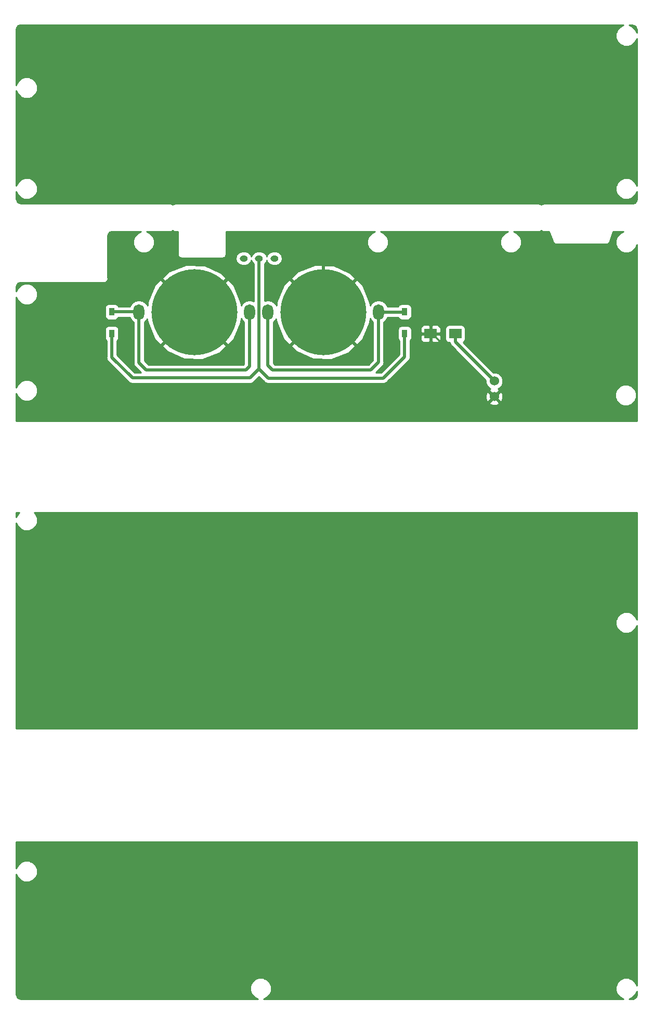
<source format=gbl>
G04 #@! TF.GenerationSoftware,KiCad,Pcbnew,(5.1.5)-3*
G04 #@! TF.CreationDate,2021-03-06T01:54:51+09:00*
G04 #@! TF.ProjectId,Getta25,47657474-6132-4352-9e6b-696361645f70,rev?*
G04 #@! TF.SameCoordinates,Original*
G04 #@! TF.FileFunction,Copper,L2,Bot*
G04 #@! TF.FilePolarity,Positive*
%FSLAX46Y46*%
G04 Gerber Fmt 4.6, Leading zero omitted, Abs format (unit mm)*
G04 Created by KiCad (PCBNEW (5.1.5)-3) date 2021-03-06 01:54:52*
%MOMM*%
%LPD*%
G04 APERTURE LIST*
%ADD10R,2.000000X1.600000*%
%ADD11C,1.524000*%
%ADD12O,1.300000X1.000000*%
%ADD13O,1.800000X2.550000*%
%ADD14C,14.000000*%
%ADD15R,0.950000X1.300000*%
%ADD16C,0.250000*%
%ADD17C,0.500000*%
%ADD18C,0.254000*%
G04 APERTURE END LIST*
D10*
X95500000Y-27507500D03*
X91500000Y-27507500D03*
D11*
X101850000Y-35206000D03*
X101850000Y-37746000D03*
D12*
X66050000Y-15250000D03*
X63550000Y-15250000D03*
X61050000Y-15250000D03*
D13*
X44000000Y-24000000D03*
D14*
X53000000Y-24000000D03*
D13*
X62000000Y-24000000D03*
D15*
X87275000Y-23950000D03*
X87275000Y-27500000D03*
X39575000Y-23950000D03*
X39575000Y-27500000D03*
D13*
X83000000Y-24000000D03*
D14*
X74000000Y-24000000D03*
D13*
X65000000Y-24000000D03*
D16*
X80999999Y-17000001D02*
X85050001Y-17000001D01*
X74000000Y-24000000D02*
X80999999Y-17000001D01*
D17*
X71499494Y-11600000D02*
X74000000Y-14100506D01*
X74000000Y-24000000D02*
X74000000Y-14100506D01*
X53000000Y-24000000D02*
X59250000Y-17750000D01*
X59250000Y-13600000D02*
X61250000Y-11600000D01*
X59250000Y-17750000D02*
X59250000Y-13600000D01*
X61250000Y-11600000D02*
X71499494Y-11600000D01*
D16*
X101850000Y-37657500D02*
X101850000Y-37746000D01*
X91700000Y-27507500D02*
X101850000Y-37657500D01*
X91500000Y-27507500D02*
X91700000Y-27507500D01*
X91500000Y-23450000D02*
X87825000Y-19775000D01*
X91500000Y-27507500D02*
X91500000Y-23450000D01*
X85050001Y-17000001D02*
X87825000Y-19775000D01*
D17*
X95500000Y-28856000D02*
X95500000Y-27507500D01*
X101850000Y-35206000D02*
X95500000Y-28856000D01*
X65775000Y-33425000D02*
X66750000Y-33425000D01*
X65000000Y-32650000D02*
X65775000Y-33425000D01*
X65000000Y-24000000D02*
X65000000Y-32650000D01*
X81725000Y-33425000D02*
X83000000Y-32150000D01*
X66750000Y-33425000D02*
X81725000Y-33425000D01*
X83000000Y-24000000D02*
X83000000Y-32150000D01*
X87225000Y-24000000D02*
X87275000Y-23950000D01*
X83000000Y-24000000D02*
X87225000Y-24000000D01*
X61375000Y-33425000D02*
X60400000Y-33425000D01*
X62000000Y-32800000D02*
X61375000Y-33425000D01*
X62000000Y-24000000D02*
X62000000Y-32800000D01*
X45175000Y-33425000D02*
X60400000Y-33425000D01*
X44000000Y-24000000D02*
X44000000Y-32250000D01*
X44000000Y-32250000D02*
X45175000Y-33425000D01*
X43950000Y-23950000D02*
X44000000Y-24000000D01*
X39575000Y-23950000D02*
X43950000Y-23950000D01*
X39575000Y-31350000D02*
X39575000Y-27500000D01*
X87275000Y-31250000D02*
X87275000Y-27500000D01*
X83800000Y-34725000D02*
X87275000Y-31250000D01*
X65050000Y-34725000D02*
X83800000Y-34725000D01*
X63550000Y-15250000D02*
X63550000Y-33225000D01*
X63550000Y-33225000D02*
X65050000Y-34725000D01*
X62075000Y-34700000D02*
X42925000Y-34700000D01*
X63550000Y-33225000D02*
X62075000Y-34700000D01*
X42925000Y-34700000D02*
X39575000Y-31350000D01*
D18*
G36*
X125052501Y-133571865D02*
G01*
X124858349Y-133103141D01*
X124844957Y-133097784D01*
X124827112Y-133054701D01*
X124339049Y-132566638D01*
X124295966Y-132548793D01*
X124290609Y-132535401D01*
X123994079Y-132423747D01*
X123701363Y-132302500D01*
X123672073Y-132302500D01*
X123644657Y-132292177D01*
X123327966Y-132302500D01*
X123011137Y-132302500D01*
X122984074Y-132313710D01*
X122954797Y-132314664D01*
X122421891Y-132535401D01*
X122416534Y-132548793D01*
X122373451Y-132566638D01*
X121885388Y-133054701D01*
X121867543Y-133097784D01*
X121854151Y-133103141D01*
X121742497Y-133399671D01*
X121621250Y-133692387D01*
X121621250Y-133721677D01*
X121610927Y-133749093D01*
X121621250Y-134065784D01*
X121621250Y-134382613D01*
X121632460Y-134409676D01*
X121633414Y-134438953D01*
X121854151Y-134971859D01*
X121867543Y-134977216D01*
X121885388Y-135020299D01*
X122373451Y-135508362D01*
X122416534Y-135526207D01*
X122421891Y-135539599D01*
X122718421Y-135651253D01*
X122917586Y-135733750D01*
X64290637Y-135733750D01*
X64759359Y-135539599D01*
X64764716Y-135526207D01*
X64807799Y-135508362D01*
X65295862Y-135020299D01*
X65313707Y-134977216D01*
X65327099Y-134971859D01*
X65438753Y-134675329D01*
X65560000Y-134382613D01*
X65560000Y-134353323D01*
X65570323Y-134325907D01*
X65560000Y-134009216D01*
X65560000Y-133692387D01*
X65548790Y-133665324D01*
X65547836Y-133636047D01*
X65327099Y-133103141D01*
X65313707Y-133097784D01*
X65295862Y-133054701D01*
X64807799Y-132566638D01*
X64764716Y-132548793D01*
X64759359Y-132535401D01*
X64462829Y-132423747D01*
X64170113Y-132302500D01*
X64140823Y-132302500D01*
X64113407Y-132292177D01*
X63796716Y-132302500D01*
X63479887Y-132302500D01*
X63452824Y-132313710D01*
X63423547Y-132314664D01*
X62890641Y-132535401D01*
X62885284Y-132548793D01*
X62842201Y-132566638D01*
X62354138Y-133054701D01*
X62336293Y-133097784D01*
X62322901Y-133103141D01*
X62211247Y-133399671D01*
X62090000Y-133692387D01*
X62090000Y-133721677D01*
X62079677Y-133749093D01*
X62090000Y-134065784D01*
X62090000Y-134382613D01*
X62101210Y-134409676D01*
X62102164Y-134438953D01*
X62322901Y-134971859D01*
X62336293Y-134977216D01*
X62354138Y-135020299D01*
X62842201Y-135508362D01*
X62885284Y-135526207D01*
X62890641Y-135539599D01*
X63187171Y-135651253D01*
X63386336Y-135733750D01*
X24743678Y-135733750D01*
X24463342Y-135684319D01*
X24269516Y-135572413D01*
X24125656Y-135400969D01*
X24038641Y-135161895D01*
X24028750Y-135048845D01*
X24028750Y-115453137D01*
X24222901Y-115921859D01*
X24236293Y-115927216D01*
X24254138Y-115970299D01*
X24742201Y-116458362D01*
X24785284Y-116476207D01*
X24790641Y-116489599D01*
X25087171Y-116601253D01*
X25379887Y-116722500D01*
X25409177Y-116722500D01*
X25436593Y-116732823D01*
X25753284Y-116722500D01*
X26070113Y-116722500D01*
X26097176Y-116711290D01*
X26126453Y-116710336D01*
X26659359Y-116489599D01*
X26664716Y-116476207D01*
X26707799Y-116458362D01*
X27195862Y-115970299D01*
X27213707Y-115927216D01*
X27227099Y-115921859D01*
X27338753Y-115625329D01*
X27460000Y-115332613D01*
X27460000Y-115303323D01*
X27470323Y-115275907D01*
X27460000Y-114959216D01*
X27460000Y-114642387D01*
X27448790Y-114615324D01*
X27447836Y-114586047D01*
X27227099Y-114053141D01*
X27213707Y-114047784D01*
X27195862Y-114004701D01*
X26707799Y-113516638D01*
X26664716Y-113498793D01*
X26659359Y-113485401D01*
X26362829Y-113373747D01*
X26070113Y-113252500D01*
X26040823Y-113252500D01*
X26013407Y-113242177D01*
X25696716Y-113252500D01*
X25379887Y-113252500D01*
X25352824Y-113263710D01*
X25323547Y-113264664D01*
X24790641Y-113485401D01*
X24785284Y-113498793D01*
X24742201Y-113516638D01*
X24254138Y-114004701D01*
X24236293Y-114047784D01*
X24222901Y-114053141D01*
X24111247Y-114349671D01*
X24028750Y-114548836D01*
X24028750Y-110227000D01*
X125052501Y-110227000D01*
X125052501Y-133571865D01*
G37*
X125052501Y-133571865D02*
X124858349Y-133103141D01*
X124844957Y-133097784D01*
X124827112Y-133054701D01*
X124339049Y-132566638D01*
X124295966Y-132548793D01*
X124290609Y-132535401D01*
X123994079Y-132423747D01*
X123701363Y-132302500D01*
X123672073Y-132302500D01*
X123644657Y-132292177D01*
X123327966Y-132302500D01*
X123011137Y-132302500D01*
X122984074Y-132313710D01*
X122954797Y-132314664D01*
X122421891Y-132535401D01*
X122416534Y-132548793D01*
X122373451Y-132566638D01*
X121885388Y-133054701D01*
X121867543Y-133097784D01*
X121854151Y-133103141D01*
X121742497Y-133399671D01*
X121621250Y-133692387D01*
X121621250Y-133721677D01*
X121610927Y-133749093D01*
X121621250Y-134065784D01*
X121621250Y-134382613D01*
X121632460Y-134409676D01*
X121633414Y-134438953D01*
X121854151Y-134971859D01*
X121867543Y-134977216D01*
X121885388Y-135020299D01*
X122373451Y-135508362D01*
X122416534Y-135526207D01*
X122421891Y-135539599D01*
X122718421Y-135651253D01*
X122917586Y-135733750D01*
X64290637Y-135733750D01*
X64759359Y-135539599D01*
X64764716Y-135526207D01*
X64807799Y-135508362D01*
X65295862Y-135020299D01*
X65313707Y-134977216D01*
X65327099Y-134971859D01*
X65438753Y-134675329D01*
X65560000Y-134382613D01*
X65560000Y-134353323D01*
X65570323Y-134325907D01*
X65560000Y-134009216D01*
X65560000Y-133692387D01*
X65548790Y-133665324D01*
X65547836Y-133636047D01*
X65327099Y-133103141D01*
X65313707Y-133097784D01*
X65295862Y-133054701D01*
X64807799Y-132566638D01*
X64764716Y-132548793D01*
X64759359Y-132535401D01*
X64462829Y-132423747D01*
X64170113Y-132302500D01*
X64140823Y-132302500D01*
X64113407Y-132292177D01*
X63796716Y-132302500D01*
X63479887Y-132302500D01*
X63452824Y-132313710D01*
X63423547Y-132314664D01*
X62890641Y-132535401D01*
X62885284Y-132548793D01*
X62842201Y-132566638D01*
X62354138Y-133054701D01*
X62336293Y-133097784D01*
X62322901Y-133103141D01*
X62211247Y-133399671D01*
X62090000Y-133692387D01*
X62090000Y-133721677D01*
X62079677Y-133749093D01*
X62090000Y-134065784D01*
X62090000Y-134382613D01*
X62101210Y-134409676D01*
X62102164Y-134438953D01*
X62322901Y-134971859D01*
X62336293Y-134977216D01*
X62354138Y-135020299D01*
X62842201Y-135508362D01*
X62885284Y-135526207D01*
X62890641Y-135539599D01*
X63187171Y-135651253D01*
X63386336Y-135733750D01*
X24743678Y-135733750D01*
X24463342Y-135684319D01*
X24269516Y-135572413D01*
X24125656Y-135400969D01*
X24038641Y-135161895D01*
X24028750Y-135048845D01*
X24028750Y-115453137D01*
X24222901Y-115921859D01*
X24236293Y-115927216D01*
X24254138Y-115970299D01*
X24742201Y-116458362D01*
X24785284Y-116476207D01*
X24790641Y-116489599D01*
X25087171Y-116601253D01*
X25379887Y-116722500D01*
X25409177Y-116722500D01*
X25436593Y-116732823D01*
X25753284Y-116722500D01*
X26070113Y-116722500D01*
X26097176Y-116711290D01*
X26126453Y-116710336D01*
X26659359Y-116489599D01*
X26664716Y-116476207D01*
X26707799Y-116458362D01*
X27195862Y-115970299D01*
X27213707Y-115927216D01*
X27227099Y-115921859D01*
X27338753Y-115625329D01*
X27460000Y-115332613D01*
X27460000Y-115303323D01*
X27470323Y-115275907D01*
X27460000Y-114959216D01*
X27460000Y-114642387D01*
X27448790Y-114615324D01*
X27447836Y-114586047D01*
X27227099Y-114053141D01*
X27213707Y-114047784D01*
X27195862Y-114004701D01*
X26707799Y-113516638D01*
X26664716Y-113498793D01*
X26659359Y-113485401D01*
X26362829Y-113373747D01*
X26070113Y-113252500D01*
X26040823Y-113252500D01*
X26013407Y-113242177D01*
X25696716Y-113252500D01*
X25379887Y-113252500D01*
X25352824Y-113263710D01*
X25323547Y-113264664D01*
X24790641Y-113485401D01*
X24785284Y-113498793D01*
X24742201Y-113516638D01*
X24254138Y-114004701D01*
X24236293Y-114047784D01*
X24222901Y-114053141D01*
X24111247Y-114349671D01*
X24028750Y-114548836D01*
X24028750Y-110227000D01*
X125052501Y-110227000D01*
X125052501Y-133571865D01*
G36*
X125052501Y-135018816D02*
G01*
X125003069Y-135299158D01*
X124891163Y-135492984D01*
X124719719Y-135636844D01*
X124480645Y-135723859D01*
X124367595Y-135733750D01*
X123821887Y-135733750D01*
X124290609Y-135539599D01*
X124295966Y-135526207D01*
X124339049Y-135508362D01*
X124827112Y-135020299D01*
X124844957Y-134977216D01*
X124858349Y-134971859D01*
X124970003Y-134675329D01*
X125052501Y-134476161D01*
X125052501Y-135018816D01*
G37*
X125052501Y-135018816D02*
X125003069Y-135299158D01*
X124891163Y-135492984D01*
X124719719Y-135636844D01*
X124480645Y-135723859D01*
X124367595Y-135733750D01*
X123821887Y-135733750D01*
X124290609Y-135539599D01*
X124295966Y-135526207D01*
X124339049Y-135508362D01*
X124827112Y-135020299D01*
X124844957Y-134977216D01*
X124858349Y-134971859D01*
X124970003Y-134675329D01*
X125052501Y-134476161D01*
X125052501Y-135018816D01*
G36*
X125052501Y-74040614D02*
G01*
X124858349Y-73571891D01*
X124844957Y-73566534D01*
X124827112Y-73523451D01*
X124339049Y-73035388D01*
X124295966Y-73017543D01*
X124290609Y-73004151D01*
X123994079Y-72892497D01*
X123701363Y-72771250D01*
X123672073Y-72771250D01*
X123644657Y-72760927D01*
X123327966Y-72771250D01*
X123011137Y-72771250D01*
X122984074Y-72782460D01*
X122954797Y-72783414D01*
X122421891Y-73004151D01*
X122416534Y-73017543D01*
X122373451Y-73035388D01*
X121885388Y-73523451D01*
X121867543Y-73566534D01*
X121854151Y-73571891D01*
X121742497Y-73868421D01*
X121621250Y-74161137D01*
X121621250Y-74190427D01*
X121610927Y-74217843D01*
X121621250Y-74534534D01*
X121621250Y-74851363D01*
X121632460Y-74878426D01*
X121633414Y-74907703D01*
X121854151Y-75440609D01*
X121867543Y-75445966D01*
X121885388Y-75489049D01*
X122373451Y-75977112D01*
X122416534Y-75994957D01*
X122421891Y-76008349D01*
X122718421Y-76120003D01*
X123011137Y-76241250D01*
X123040427Y-76241250D01*
X123067843Y-76251573D01*
X123384534Y-76241250D01*
X123701363Y-76241250D01*
X123728426Y-76230040D01*
X123757703Y-76229086D01*
X124290609Y-76008349D01*
X124295966Y-75994957D01*
X124339049Y-75977112D01*
X124827112Y-75489049D01*
X124844957Y-75445966D01*
X124858349Y-75440609D01*
X124970003Y-75144079D01*
X125052501Y-74944913D01*
X125052501Y-91773000D01*
X24028750Y-91773000D01*
X24028750Y-58303137D01*
X24222901Y-58771859D01*
X24236293Y-58777216D01*
X24254138Y-58820299D01*
X24742201Y-59308362D01*
X24785284Y-59326207D01*
X24790641Y-59339599D01*
X25087171Y-59451253D01*
X25379887Y-59572500D01*
X25409177Y-59572500D01*
X25436593Y-59582823D01*
X25753284Y-59572500D01*
X26070113Y-59572500D01*
X26097176Y-59561290D01*
X26126453Y-59560336D01*
X26659359Y-59339599D01*
X26664716Y-59326207D01*
X26707799Y-59308362D01*
X27195862Y-58820299D01*
X27213707Y-58777216D01*
X27227099Y-58771859D01*
X27338753Y-58475329D01*
X27460000Y-58182613D01*
X27460000Y-58153323D01*
X27470323Y-58125907D01*
X27460000Y-57809216D01*
X27460000Y-57492387D01*
X27448790Y-57465324D01*
X27447836Y-57436047D01*
X27227099Y-56903141D01*
X27213707Y-56897784D01*
X27195862Y-56854701D01*
X26968161Y-56627000D01*
X125052501Y-56627000D01*
X125052501Y-74040614D01*
G37*
X125052501Y-74040614D02*
X124858349Y-73571891D01*
X124844957Y-73566534D01*
X124827112Y-73523451D01*
X124339049Y-73035388D01*
X124295966Y-73017543D01*
X124290609Y-73004151D01*
X123994079Y-72892497D01*
X123701363Y-72771250D01*
X123672073Y-72771250D01*
X123644657Y-72760927D01*
X123327966Y-72771250D01*
X123011137Y-72771250D01*
X122984074Y-72782460D01*
X122954797Y-72783414D01*
X122421891Y-73004151D01*
X122416534Y-73017543D01*
X122373451Y-73035388D01*
X121885388Y-73523451D01*
X121867543Y-73566534D01*
X121854151Y-73571891D01*
X121742497Y-73868421D01*
X121621250Y-74161137D01*
X121621250Y-74190427D01*
X121610927Y-74217843D01*
X121621250Y-74534534D01*
X121621250Y-74851363D01*
X121632460Y-74878426D01*
X121633414Y-74907703D01*
X121854151Y-75440609D01*
X121867543Y-75445966D01*
X121885388Y-75489049D01*
X122373451Y-75977112D01*
X122416534Y-75994957D01*
X122421891Y-76008349D01*
X122718421Y-76120003D01*
X123011137Y-76241250D01*
X123040427Y-76241250D01*
X123067843Y-76251573D01*
X123384534Y-76241250D01*
X123701363Y-76241250D01*
X123728426Y-76230040D01*
X123757703Y-76229086D01*
X124290609Y-76008349D01*
X124295966Y-75994957D01*
X124339049Y-75977112D01*
X124827112Y-75489049D01*
X124844957Y-75445966D01*
X124858349Y-75440609D01*
X124970003Y-75144079D01*
X125052501Y-74944913D01*
X125052501Y-91773000D01*
X24028750Y-91773000D01*
X24028750Y-58303137D01*
X24222901Y-58771859D01*
X24236293Y-58777216D01*
X24254138Y-58820299D01*
X24742201Y-59308362D01*
X24785284Y-59326207D01*
X24790641Y-59339599D01*
X25087171Y-59451253D01*
X25379887Y-59572500D01*
X25409177Y-59572500D01*
X25436593Y-59582823D01*
X25753284Y-59572500D01*
X26070113Y-59572500D01*
X26097176Y-59561290D01*
X26126453Y-59560336D01*
X26659359Y-59339599D01*
X26664716Y-59326207D01*
X26707799Y-59308362D01*
X27195862Y-58820299D01*
X27213707Y-58777216D01*
X27227099Y-58771859D01*
X27338753Y-58475329D01*
X27460000Y-58182613D01*
X27460000Y-58153323D01*
X27470323Y-58125907D01*
X27460000Y-57809216D01*
X27460000Y-57492387D01*
X27448790Y-57465324D01*
X27447836Y-57436047D01*
X27227099Y-56903141D01*
X27213707Y-56897784D01*
X27195862Y-56854701D01*
X26968161Y-56627000D01*
X125052501Y-56627000D01*
X125052501Y-74040614D01*
G36*
X24254138Y-56854701D02*
G01*
X24236293Y-56897784D01*
X24222901Y-56903141D01*
X24111247Y-57199671D01*
X24028750Y-57398836D01*
X24028750Y-56627000D01*
X24481839Y-56627000D01*
X24254138Y-56854701D01*
G37*
X24254138Y-56854701D02*
X24236293Y-56897784D01*
X24222901Y-56903141D01*
X24111247Y-57199671D01*
X24028750Y-57398836D01*
X24028750Y-56627000D01*
X24481839Y-56627000D01*
X24254138Y-56854701D01*
G36*
X122421891Y22508349D02*
G01*
X122416534Y22494957D01*
X122373451Y22477112D01*
X121885388Y21989049D01*
X121867543Y21945966D01*
X121854151Y21940609D01*
X121742497Y21644079D01*
X121621250Y21351363D01*
X121621250Y21322073D01*
X121610927Y21294657D01*
X121621250Y20977966D01*
X121621250Y20661137D01*
X121632460Y20634074D01*
X121633414Y20604797D01*
X121854151Y20071891D01*
X121867543Y20066534D01*
X121885388Y20023451D01*
X122373451Y19535388D01*
X122416534Y19517543D01*
X122421891Y19504151D01*
X122718421Y19392497D01*
X123011137Y19271250D01*
X123040427Y19271250D01*
X123067843Y19260927D01*
X123384534Y19271250D01*
X123701363Y19271250D01*
X123728426Y19282460D01*
X123757703Y19283414D01*
X124290609Y19504151D01*
X124295966Y19517543D01*
X124339049Y19535388D01*
X124827112Y20023451D01*
X124844957Y20066534D01*
X124858349Y20071891D01*
X124970003Y20368421D01*
X125052500Y20567586D01*
X125052501Y-3434365D01*
X124858349Y-2965641D01*
X124844957Y-2960284D01*
X124827112Y-2917201D01*
X124339049Y-2429138D01*
X124295966Y-2411293D01*
X124290609Y-2397901D01*
X123994079Y-2286247D01*
X123701363Y-2165000D01*
X123672073Y-2165000D01*
X123644657Y-2154677D01*
X123327966Y-2165000D01*
X123011137Y-2165000D01*
X122984074Y-2176210D01*
X122954797Y-2177164D01*
X122421891Y-2397901D01*
X122416534Y-2411293D01*
X122373451Y-2429138D01*
X121885388Y-2917201D01*
X121867543Y-2960284D01*
X121854151Y-2965641D01*
X121742497Y-3262171D01*
X121621250Y-3554887D01*
X121621250Y-3584177D01*
X121610927Y-3611593D01*
X121621250Y-3928284D01*
X121621250Y-4245113D01*
X121632460Y-4272176D01*
X121633414Y-4301453D01*
X121854151Y-4834359D01*
X121867543Y-4839716D01*
X121885388Y-4882799D01*
X122373451Y-5370862D01*
X122416534Y-5388707D01*
X122421891Y-5402099D01*
X122718421Y-5513753D01*
X123011137Y-5635000D01*
X123040427Y-5635000D01*
X123067843Y-5645323D01*
X123384534Y-5635000D01*
X123701363Y-5635000D01*
X123728426Y-5623790D01*
X123757703Y-5622836D01*
X124290609Y-5402099D01*
X124295966Y-5388707D01*
X124339049Y-5370862D01*
X124827112Y-4882799D01*
X124844957Y-4839716D01*
X124858349Y-4834359D01*
X124970003Y-4537829D01*
X125052501Y-4338662D01*
X125052501Y-5600066D01*
X125003069Y-5880408D01*
X124891163Y-6074234D01*
X124719719Y-6218094D01*
X124480645Y-6305109D01*
X124367595Y-6315000D01*
X110067461Y-6315000D01*
X110000000Y-6301581D01*
X109932538Y-6315000D01*
X109732727Y-6354745D01*
X109506143Y-6506143D01*
X109500000Y-6515337D01*
X109493857Y-6506143D01*
X109267273Y-6354745D01*
X109067462Y-6315000D01*
X109067461Y-6315000D01*
X109000000Y-6301581D01*
X108932538Y-6315000D01*
X50067461Y-6315000D01*
X50000000Y-6301581D01*
X49932538Y-6315000D01*
X49732727Y-6354745D01*
X49506143Y-6506143D01*
X49500000Y-6515337D01*
X49493857Y-6506143D01*
X49267273Y-6354745D01*
X49067462Y-6315000D01*
X49067461Y-6315000D01*
X49000000Y-6301581D01*
X48932538Y-6315000D01*
X24743678Y-6315000D01*
X24463342Y-6265569D01*
X24269516Y-6153663D01*
X24125656Y-5982219D01*
X24038641Y-5743145D01*
X24028750Y-5630095D01*
X24028750Y-4365637D01*
X24222901Y-4834359D01*
X24236293Y-4839716D01*
X24254138Y-4882799D01*
X24742201Y-5370862D01*
X24785284Y-5388707D01*
X24790641Y-5402099D01*
X25087171Y-5513753D01*
X25379887Y-5635000D01*
X25409177Y-5635000D01*
X25436593Y-5645323D01*
X25753284Y-5635000D01*
X26070113Y-5635000D01*
X26097176Y-5623790D01*
X26126453Y-5622836D01*
X26659359Y-5402099D01*
X26664716Y-5388707D01*
X26707799Y-5370862D01*
X27195862Y-4882799D01*
X27213707Y-4839716D01*
X27227099Y-4834359D01*
X27338753Y-4537829D01*
X27460000Y-4245113D01*
X27460000Y-4215823D01*
X27470323Y-4188407D01*
X27460000Y-3871716D01*
X27460000Y-3554887D01*
X27448790Y-3527824D01*
X27447836Y-3498547D01*
X27227099Y-2965641D01*
X27213707Y-2960284D01*
X27195862Y-2917201D01*
X26707799Y-2429138D01*
X26664716Y-2411293D01*
X26659359Y-2397901D01*
X26362829Y-2286247D01*
X26070113Y-2165000D01*
X26040823Y-2165000D01*
X26013407Y-2154677D01*
X25696716Y-2165000D01*
X25379887Y-2165000D01*
X25352824Y-2176210D01*
X25323547Y-2177164D01*
X24790641Y-2397901D01*
X24785284Y-2411293D01*
X24742201Y-2429138D01*
X24254138Y-2917201D01*
X24236293Y-2960284D01*
X24222901Y-2965641D01*
X24111247Y-3262171D01*
X24028750Y-3461336D01*
X24028750Y12040613D01*
X24222901Y11571891D01*
X24236293Y11566534D01*
X24254138Y11523451D01*
X24742201Y11035388D01*
X24785284Y11017543D01*
X24790641Y11004151D01*
X25087171Y10892497D01*
X25379887Y10771250D01*
X25409177Y10771250D01*
X25436593Y10760927D01*
X25753284Y10771250D01*
X26070113Y10771250D01*
X26097176Y10782460D01*
X26126453Y10783414D01*
X26659359Y11004151D01*
X26664716Y11017543D01*
X26707799Y11035388D01*
X27195862Y11523451D01*
X27213707Y11566534D01*
X27227099Y11571891D01*
X27338753Y11868421D01*
X27460000Y12161137D01*
X27460000Y12190427D01*
X27470323Y12217843D01*
X27460000Y12534534D01*
X27460000Y12851363D01*
X27448790Y12878426D01*
X27447836Y12907703D01*
X27227099Y13440609D01*
X27213707Y13445966D01*
X27195862Y13489049D01*
X26707799Y13977112D01*
X26664716Y13994957D01*
X26659359Y14008349D01*
X26362829Y14120003D01*
X26070113Y14241250D01*
X26040823Y14241250D01*
X26013407Y14251573D01*
X25696716Y14241250D01*
X25379887Y14241250D01*
X25352824Y14230040D01*
X25323547Y14229086D01*
X24790641Y14008349D01*
X24785284Y13994957D01*
X24742201Y13977112D01*
X24254138Y13489049D01*
X24236293Y13445966D01*
X24222901Y13440609D01*
X24111247Y13144079D01*
X24028750Y12944914D01*
X24028750Y21987572D01*
X24078181Y22267908D01*
X24190086Y22461734D01*
X24361532Y22605594D01*
X24600602Y22692609D01*
X24713655Y22702500D01*
X122890613Y22702500D01*
X122421891Y22508349D01*
G37*
X122421891Y22508349D02*
X122416534Y22494957D01*
X122373451Y22477112D01*
X121885388Y21989049D01*
X121867543Y21945966D01*
X121854151Y21940609D01*
X121742497Y21644079D01*
X121621250Y21351363D01*
X121621250Y21322073D01*
X121610927Y21294657D01*
X121621250Y20977966D01*
X121621250Y20661137D01*
X121632460Y20634074D01*
X121633414Y20604797D01*
X121854151Y20071891D01*
X121867543Y20066534D01*
X121885388Y20023451D01*
X122373451Y19535388D01*
X122416534Y19517543D01*
X122421891Y19504151D01*
X122718421Y19392497D01*
X123011137Y19271250D01*
X123040427Y19271250D01*
X123067843Y19260927D01*
X123384534Y19271250D01*
X123701363Y19271250D01*
X123728426Y19282460D01*
X123757703Y19283414D01*
X124290609Y19504151D01*
X124295966Y19517543D01*
X124339049Y19535388D01*
X124827112Y20023451D01*
X124844957Y20066534D01*
X124858349Y20071891D01*
X124970003Y20368421D01*
X125052500Y20567586D01*
X125052501Y-3434365D01*
X124858349Y-2965641D01*
X124844957Y-2960284D01*
X124827112Y-2917201D01*
X124339049Y-2429138D01*
X124295966Y-2411293D01*
X124290609Y-2397901D01*
X123994079Y-2286247D01*
X123701363Y-2165000D01*
X123672073Y-2165000D01*
X123644657Y-2154677D01*
X123327966Y-2165000D01*
X123011137Y-2165000D01*
X122984074Y-2176210D01*
X122954797Y-2177164D01*
X122421891Y-2397901D01*
X122416534Y-2411293D01*
X122373451Y-2429138D01*
X121885388Y-2917201D01*
X121867543Y-2960284D01*
X121854151Y-2965641D01*
X121742497Y-3262171D01*
X121621250Y-3554887D01*
X121621250Y-3584177D01*
X121610927Y-3611593D01*
X121621250Y-3928284D01*
X121621250Y-4245113D01*
X121632460Y-4272176D01*
X121633414Y-4301453D01*
X121854151Y-4834359D01*
X121867543Y-4839716D01*
X121885388Y-4882799D01*
X122373451Y-5370862D01*
X122416534Y-5388707D01*
X122421891Y-5402099D01*
X122718421Y-5513753D01*
X123011137Y-5635000D01*
X123040427Y-5635000D01*
X123067843Y-5645323D01*
X123384534Y-5635000D01*
X123701363Y-5635000D01*
X123728426Y-5623790D01*
X123757703Y-5622836D01*
X124290609Y-5402099D01*
X124295966Y-5388707D01*
X124339049Y-5370862D01*
X124827112Y-4882799D01*
X124844957Y-4839716D01*
X124858349Y-4834359D01*
X124970003Y-4537829D01*
X125052501Y-4338662D01*
X125052501Y-5600066D01*
X125003069Y-5880408D01*
X124891163Y-6074234D01*
X124719719Y-6218094D01*
X124480645Y-6305109D01*
X124367595Y-6315000D01*
X110067461Y-6315000D01*
X110000000Y-6301581D01*
X109932538Y-6315000D01*
X109732727Y-6354745D01*
X109506143Y-6506143D01*
X109500000Y-6515337D01*
X109493857Y-6506143D01*
X109267273Y-6354745D01*
X109067462Y-6315000D01*
X109067461Y-6315000D01*
X109000000Y-6301581D01*
X108932538Y-6315000D01*
X50067461Y-6315000D01*
X50000000Y-6301581D01*
X49932538Y-6315000D01*
X49732727Y-6354745D01*
X49506143Y-6506143D01*
X49500000Y-6515337D01*
X49493857Y-6506143D01*
X49267273Y-6354745D01*
X49067462Y-6315000D01*
X49067461Y-6315000D01*
X49000000Y-6301581D01*
X48932538Y-6315000D01*
X24743678Y-6315000D01*
X24463342Y-6265569D01*
X24269516Y-6153663D01*
X24125656Y-5982219D01*
X24038641Y-5743145D01*
X24028750Y-5630095D01*
X24028750Y-4365637D01*
X24222901Y-4834359D01*
X24236293Y-4839716D01*
X24254138Y-4882799D01*
X24742201Y-5370862D01*
X24785284Y-5388707D01*
X24790641Y-5402099D01*
X25087171Y-5513753D01*
X25379887Y-5635000D01*
X25409177Y-5635000D01*
X25436593Y-5645323D01*
X25753284Y-5635000D01*
X26070113Y-5635000D01*
X26097176Y-5623790D01*
X26126453Y-5622836D01*
X26659359Y-5402099D01*
X26664716Y-5388707D01*
X26707799Y-5370862D01*
X27195862Y-4882799D01*
X27213707Y-4839716D01*
X27227099Y-4834359D01*
X27338753Y-4537829D01*
X27460000Y-4245113D01*
X27460000Y-4215823D01*
X27470323Y-4188407D01*
X27460000Y-3871716D01*
X27460000Y-3554887D01*
X27448790Y-3527824D01*
X27447836Y-3498547D01*
X27227099Y-2965641D01*
X27213707Y-2960284D01*
X27195862Y-2917201D01*
X26707799Y-2429138D01*
X26664716Y-2411293D01*
X26659359Y-2397901D01*
X26362829Y-2286247D01*
X26070113Y-2165000D01*
X26040823Y-2165000D01*
X26013407Y-2154677D01*
X25696716Y-2165000D01*
X25379887Y-2165000D01*
X25352824Y-2176210D01*
X25323547Y-2177164D01*
X24790641Y-2397901D01*
X24785284Y-2411293D01*
X24742201Y-2429138D01*
X24254138Y-2917201D01*
X24236293Y-2960284D01*
X24222901Y-2965641D01*
X24111247Y-3262171D01*
X24028750Y-3461336D01*
X24028750Y12040613D01*
X24222901Y11571891D01*
X24236293Y11566534D01*
X24254138Y11523451D01*
X24742201Y11035388D01*
X24785284Y11017543D01*
X24790641Y11004151D01*
X25087171Y10892497D01*
X25379887Y10771250D01*
X25409177Y10771250D01*
X25436593Y10760927D01*
X25753284Y10771250D01*
X26070113Y10771250D01*
X26097176Y10782460D01*
X26126453Y10783414D01*
X26659359Y11004151D01*
X26664716Y11017543D01*
X26707799Y11035388D01*
X27195862Y11523451D01*
X27213707Y11566534D01*
X27227099Y11571891D01*
X27338753Y11868421D01*
X27460000Y12161137D01*
X27460000Y12190427D01*
X27470323Y12217843D01*
X27460000Y12534534D01*
X27460000Y12851363D01*
X27448790Y12878426D01*
X27447836Y12907703D01*
X27227099Y13440609D01*
X27213707Y13445966D01*
X27195862Y13489049D01*
X26707799Y13977112D01*
X26664716Y13994957D01*
X26659359Y14008349D01*
X26362829Y14120003D01*
X26070113Y14241250D01*
X26040823Y14241250D01*
X26013407Y14251573D01*
X25696716Y14241250D01*
X25379887Y14241250D01*
X25352824Y14230040D01*
X25323547Y14229086D01*
X24790641Y14008349D01*
X24785284Y13994957D01*
X24742201Y13977112D01*
X24254138Y13489049D01*
X24236293Y13445966D01*
X24222901Y13440609D01*
X24111247Y13144079D01*
X24028750Y12944914D01*
X24028750Y21987572D01*
X24078181Y22267908D01*
X24190086Y22461734D01*
X24361532Y22605594D01*
X24600602Y22692609D01*
X24713655Y22702500D01*
X122890613Y22702500D01*
X122421891Y22508349D01*
G36*
X124617908Y22653069D02*
G01*
X124811734Y22541164D01*
X124955594Y22369718D01*
X125042609Y22130648D01*
X125052500Y22017595D01*
X125052500Y21471887D01*
X124858349Y21940609D01*
X124844957Y21945966D01*
X124827112Y21989049D01*
X124339049Y22477112D01*
X124295966Y22494957D01*
X124290609Y22508349D01*
X123994079Y22620003D01*
X123794914Y22702500D01*
X124337572Y22702500D01*
X124617908Y22653069D01*
G37*
X124617908Y22653069D02*
X124811734Y22541164D01*
X124955594Y22369718D01*
X125042609Y22130648D01*
X125052500Y22017595D01*
X125052500Y21471887D01*
X124858349Y21940609D01*
X124844957Y21945966D01*
X124827112Y21989049D01*
X124339049Y22477112D01*
X124295966Y22494957D01*
X124290609Y22508349D01*
X123994079Y22620003D01*
X123794914Y22702500D01*
X124337572Y22702500D01*
X124617908Y22653069D01*
G36*
X109506143Y-10706357D02*
G01*
X109732727Y-10857755D01*
X109932538Y-10897500D01*
X109932539Y-10897500D01*
X110000000Y-10910919D01*
X110067462Y-10897500D01*
X110772214Y-10897500D01*
X111338634Y-12436276D01*
X111354745Y-12517273D01*
X111422832Y-12619173D01*
X111486792Y-12723715D01*
X111498261Y-12732060D01*
X111506143Y-12743857D01*
X111608057Y-12811953D01*
X111707141Y-12884052D01*
X111720931Y-12887373D01*
X111732727Y-12895255D01*
X111852940Y-12919167D01*
X111972075Y-12947860D01*
X112053652Y-12935000D01*
X119946347Y-12935000D01*
X120027924Y-12947860D01*
X120147065Y-12919166D01*
X120267273Y-12895255D01*
X120279067Y-12887374D01*
X120292858Y-12884053D01*
X120391940Y-12811955D01*
X120493857Y-12743857D01*
X120501740Y-12732059D01*
X120513207Y-12723715D01*
X120577156Y-12619191D01*
X120645255Y-12517273D01*
X120661368Y-12436270D01*
X121227786Y-10897500D01*
X122917586Y-10897500D01*
X122373451Y-11122888D01*
X121885388Y-11610951D01*
X121621250Y-12248637D01*
X121621250Y-12938863D01*
X121885388Y-13576549D01*
X122373451Y-14064612D01*
X123011137Y-14328750D01*
X123701363Y-14328750D01*
X124339049Y-14064612D01*
X124827112Y-13576549D01*
X125052500Y-13032414D01*
X125052500Y-41723000D01*
X24028750Y-41723000D01*
X24028750Y-38726213D01*
X101049392Y-38726213D01*
X101118857Y-38968397D01*
X101642302Y-39155144D01*
X102197368Y-39127362D01*
X102581143Y-38968397D01*
X102650608Y-38726213D01*
X101850000Y-37925605D01*
X101049392Y-38726213D01*
X24028750Y-38726213D01*
X24028750Y-37188664D01*
X24254138Y-37732799D01*
X24742201Y-38220862D01*
X25379887Y-38485000D01*
X26070113Y-38485000D01*
X26707799Y-38220862D01*
X27195862Y-37732799D01*
X27276425Y-37538302D01*
X100440856Y-37538302D01*
X100468638Y-38093368D01*
X100627603Y-38477143D01*
X100869787Y-38546608D01*
X101670395Y-37746000D01*
X102029605Y-37746000D01*
X102830213Y-38546608D01*
X103072397Y-38477143D01*
X103259144Y-37953698D01*
X103231362Y-37398632D01*
X103130400Y-37154887D01*
X121515000Y-37154887D01*
X121515000Y-37845113D01*
X121779138Y-38482799D01*
X122267201Y-38970862D01*
X122904887Y-39235000D01*
X123595113Y-39235000D01*
X124232799Y-38970862D01*
X124720862Y-38482799D01*
X124985000Y-37845113D01*
X124985000Y-37154887D01*
X124720862Y-36517201D01*
X124232799Y-36029138D01*
X123595113Y-35765000D01*
X122904887Y-35765000D01*
X122267201Y-36029138D01*
X121779138Y-36517201D01*
X121515000Y-37154887D01*
X103130400Y-37154887D01*
X103072397Y-37014857D01*
X102830213Y-36945392D01*
X102029605Y-37746000D01*
X101670395Y-37746000D01*
X100869787Y-36945392D01*
X100627603Y-37014857D01*
X100440856Y-37538302D01*
X27276425Y-37538302D01*
X27460000Y-37095113D01*
X27460000Y-36404887D01*
X27195862Y-35767201D01*
X26707799Y-35279138D01*
X26070113Y-35015000D01*
X25379887Y-35015000D01*
X24742201Y-35279138D01*
X24254138Y-35767201D01*
X24028750Y-36311336D01*
X24028750Y-23300000D01*
X38452560Y-23300000D01*
X38452560Y-24600000D01*
X38501843Y-24847765D01*
X38642191Y-25057809D01*
X38852235Y-25198157D01*
X39100000Y-25247440D01*
X40050000Y-25247440D01*
X40297765Y-25198157D01*
X40507809Y-25057809D01*
X40648157Y-24847765D01*
X40650696Y-24835000D01*
X42526428Y-24835000D01*
X42554062Y-24973927D01*
X42893327Y-25481673D01*
X43115000Y-25629790D01*
X43115001Y-32162835D01*
X43097663Y-32250000D01*
X43166348Y-32595309D01*
X43312576Y-32814154D01*
X43312578Y-32814156D01*
X43361952Y-32888049D01*
X43435845Y-32937423D01*
X44313421Y-33815000D01*
X43291579Y-33815000D01*
X40460000Y-30983422D01*
X40460000Y-28639754D01*
X40507809Y-28607809D01*
X40648157Y-28397765D01*
X40697440Y-28150000D01*
X40697440Y-26850000D01*
X40648157Y-26602235D01*
X40507809Y-26392191D01*
X40297765Y-26251843D01*
X40050000Y-26202560D01*
X39100000Y-26202560D01*
X38852235Y-26251843D01*
X38642191Y-26392191D01*
X38501843Y-26602235D01*
X38452560Y-26850000D01*
X38452560Y-28150000D01*
X38501843Y-28397765D01*
X38642191Y-28607809D01*
X38690001Y-28639755D01*
X38690000Y-31262839D01*
X38672663Y-31350000D01*
X38690000Y-31437161D01*
X38690000Y-31437164D01*
X38741348Y-31695309D01*
X38936951Y-31988049D01*
X39010847Y-32037425D01*
X42237577Y-35264156D01*
X42286951Y-35338049D01*
X42360844Y-35387423D01*
X42360845Y-35387424D01*
X42398260Y-35412424D01*
X42579690Y-35533652D01*
X42837835Y-35585000D01*
X42837839Y-35585000D01*
X42924999Y-35602337D01*
X43012159Y-35585000D01*
X61987839Y-35585000D01*
X62075000Y-35602337D01*
X62162161Y-35585000D01*
X62162165Y-35585000D01*
X62420310Y-35533652D01*
X62713049Y-35338049D01*
X62762425Y-35264153D01*
X63550000Y-34476578D01*
X64362577Y-35289156D01*
X64411951Y-35363049D01*
X64485844Y-35412423D01*
X64485845Y-35412424D01*
X64592788Y-35483881D01*
X64704690Y-35558652D01*
X64962835Y-35610000D01*
X64962839Y-35610000D01*
X65049999Y-35627337D01*
X65137159Y-35610000D01*
X83712839Y-35610000D01*
X83800000Y-35627337D01*
X83887161Y-35610000D01*
X83887165Y-35610000D01*
X84145310Y-35558652D01*
X84438049Y-35363049D01*
X84487425Y-35289153D01*
X87839156Y-31937423D01*
X87913049Y-31888049D01*
X87968748Y-31804691D01*
X88060183Y-31667848D01*
X88108652Y-31595310D01*
X88160000Y-31337165D01*
X88160000Y-31337161D01*
X88177337Y-31250001D01*
X88160000Y-31162841D01*
X88160000Y-28639754D01*
X88207809Y-28607809D01*
X88348157Y-28397765D01*
X88397440Y-28150000D01*
X88397440Y-27793250D01*
X89865000Y-27793250D01*
X89865000Y-28433810D01*
X89961673Y-28667199D01*
X90140302Y-28845827D01*
X90373691Y-28942500D01*
X91214250Y-28942500D01*
X91373000Y-28783750D01*
X91373000Y-27634500D01*
X91627000Y-27634500D01*
X91627000Y-28783750D01*
X91785750Y-28942500D01*
X92626309Y-28942500D01*
X92859698Y-28845827D01*
X93038327Y-28667199D01*
X93135000Y-28433810D01*
X93135000Y-27793250D01*
X92976250Y-27634500D01*
X91627000Y-27634500D01*
X91373000Y-27634500D01*
X90023750Y-27634500D01*
X89865000Y-27793250D01*
X88397440Y-27793250D01*
X88397440Y-26850000D01*
X88348157Y-26602235D01*
X88334096Y-26581190D01*
X89865000Y-26581190D01*
X89865000Y-27221750D01*
X90023750Y-27380500D01*
X91373000Y-27380500D01*
X91373000Y-26231250D01*
X91627000Y-26231250D01*
X91627000Y-27380500D01*
X92976250Y-27380500D01*
X93135000Y-27221750D01*
X93135000Y-26707500D01*
X93852560Y-26707500D01*
X93852560Y-28307500D01*
X93901843Y-28555265D01*
X94042191Y-28765309D01*
X94252235Y-28905657D01*
X94500000Y-28954940D01*
X94617342Y-28954940D01*
X94666348Y-29201309D01*
X94861951Y-29494049D01*
X94935847Y-29543425D01*
X100453000Y-35060579D01*
X100453000Y-35483881D01*
X100665680Y-35997337D01*
X101058663Y-36390320D01*
X101249647Y-36469428D01*
X101118857Y-36523603D01*
X101049392Y-36765787D01*
X101850000Y-37566395D01*
X102650608Y-36765787D01*
X102581143Y-36523603D01*
X102440607Y-36473465D01*
X102641337Y-36390320D01*
X103034320Y-35997337D01*
X103247000Y-35483881D01*
X103247000Y-34928119D01*
X103034320Y-34414663D01*
X102641337Y-34021680D01*
X102127881Y-33809000D01*
X101704579Y-33809000D01*
X96779818Y-28884240D01*
X96957809Y-28765309D01*
X97098157Y-28555265D01*
X97147440Y-28307500D01*
X97147440Y-26707500D01*
X97098157Y-26459735D01*
X96957809Y-26249691D01*
X96747765Y-26109343D01*
X96500000Y-26060060D01*
X94500000Y-26060060D01*
X94252235Y-26109343D01*
X94042191Y-26249691D01*
X93901843Y-26459735D01*
X93852560Y-26707500D01*
X93135000Y-26707500D01*
X93135000Y-26581190D01*
X93038327Y-26347801D01*
X92859698Y-26169173D01*
X92626309Y-26072500D01*
X91785750Y-26072500D01*
X91627000Y-26231250D01*
X91373000Y-26231250D01*
X91214250Y-26072500D01*
X90373691Y-26072500D01*
X90140302Y-26169173D01*
X89961673Y-26347801D01*
X89865000Y-26581190D01*
X88334096Y-26581190D01*
X88207809Y-26392191D01*
X87997765Y-26251843D01*
X87750000Y-26202560D01*
X86800000Y-26202560D01*
X86552235Y-26251843D01*
X86342191Y-26392191D01*
X86201843Y-26602235D01*
X86152560Y-26850000D01*
X86152560Y-28150000D01*
X86201843Y-28397765D01*
X86342191Y-28607809D01*
X86390001Y-28639755D01*
X86390000Y-30883421D01*
X83433422Y-33840000D01*
X82561578Y-33840000D01*
X83564156Y-32837423D01*
X83638049Y-32788049D01*
X83833652Y-32495310D01*
X83885000Y-32237165D01*
X83885000Y-32237161D01*
X83902337Y-32150001D01*
X83885000Y-32062841D01*
X83885000Y-25629790D01*
X84106673Y-25481673D01*
X84445938Y-24973927D01*
X84463627Y-24885000D01*
X86226723Y-24885000D01*
X86342191Y-25057809D01*
X86552235Y-25198157D01*
X86800000Y-25247440D01*
X87750000Y-25247440D01*
X87997765Y-25198157D01*
X88207809Y-25057809D01*
X88348157Y-24847765D01*
X88397440Y-24600000D01*
X88397440Y-23300000D01*
X88348157Y-23052235D01*
X88207809Y-22842191D01*
X87997765Y-22701843D01*
X87750000Y-22652560D01*
X86800000Y-22652560D01*
X86552235Y-22701843D01*
X86342191Y-22842191D01*
X86201843Y-23052235D01*
X86189358Y-23115000D01*
X84463627Y-23115000D01*
X84445938Y-23026073D01*
X84106673Y-22518327D01*
X83598926Y-22179062D01*
X83000000Y-22059928D01*
X82401073Y-22179062D01*
X81893327Y-22518327D01*
X81663121Y-22862856D01*
X81667848Y-22656950D01*
X80570205Y-19824825D01*
X80371667Y-19527694D01*
X79481329Y-18698276D01*
X74179605Y-24000000D01*
X79481329Y-29301724D01*
X80371667Y-28472306D01*
X81598130Y-25693541D01*
X81612639Y-25061594D01*
X81893327Y-25481673D01*
X82115000Y-25629790D01*
X82115001Y-31783420D01*
X81358422Y-32540000D01*
X66141579Y-32540000D01*
X65885000Y-32283422D01*
X65885000Y-29481329D01*
X68698276Y-29481329D01*
X69527694Y-30371667D01*
X72306459Y-31598130D01*
X75343050Y-31667848D01*
X78175175Y-30570205D01*
X78472306Y-30371667D01*
X79301724Y-29481329D01*
X74000000Y-24179605D01*
X68698276Y-29481329D01*
X65885000Y-29481329D01*
X65885000Y-25629790D01*
X66106673Y-25481673D01*
X66336879Y-25137145D01*
X66332152Y-25343050D01*
X67429795Y-28175175D01*
X67628333Y-28472306D01*
X68518671Y-29301724D01*
X73820395Y-24000000D01*
X68518671Y-18698276D01*
X67628333Y-19527694D01*
X66401870Y-22306459D01*
X66387361Y-22938406D01*
X66106673Y-22518327D01*
X65598926Y-22179062D01*
X65000000Y-22059928D01*
X64435000Y-22172313D01*
X64435000Y-18518671D01*
X68698276Y-18518671D01*
X74000000Y-23820395D01*
X79301724Y-18518671D01*
X78472306Y-17628333D01*
X75693541Y-16401870D01*
X72656950Y-16332152D01*
X69824825Y-17429795D01*
X69527694Y-17628333D01*
X68698276Y-18518671D01*
X64435000Y-18518671D01*
X64435000Y-16123941D01*
X64518289Y-16068289D01*
X64769146Y-15692855D01*
X64800000Y-15537741D01*
X64830854Y-15692855D01*
X65081711Y-16068289D01*
X65457145Y-16319146D01*
X65788217Y-16385000D01*
X66311783Y-16385000D01*
X66642855Y-16319146D01*
X67018289Y-16068289D01*
X67269146Y-15692855D01*
X67357235Y-15250000D01*
X67269146Y-14807145D01*
X67018289Y-14431711D01*
X66642855Y-14180854D01*
X66311783Y-14115000D01*
X65788217Y-14115000D01*
X65457145Y-14180854D01*
X65081711Y-14431711D01*
X64830854Y-14807145D01*
X64800000Y-14962259D01*
X64769146Y-14807145D01*
X64518289Y-14431711D01*
X64142855Y-14180854D01*
X63811783Y-14115000D01*
X63288217Y-14115000D01*
X62957145Y-14180854D01*
X62581711Y-14431711D01*
X62330854Y-14807145D01*
X62300000Y-14962259D01*
X62269146Y-14807145D01*
X62018289Y-14431711D01*
X61642855Y-14180854D01*
X61311783Y-14115000D01*
X60788217Y-14115000D01*
X60457145Y-14180854D01*
X60081711Y-14431711D01*
X59830854Y-14807145D01*
X59742765Y-15250000D01*
X59830854Y-15692855D01*
X60081711Y-16068289D01*
X60457145Y-16319146D01*
X60788217Y-16385000D01*
X61311783Y-16385000D01*
X61642855Y-16319146D01*
X62018289Y-16068289D01*
X62269146Y-15692855D01*
X62300000Y-15537741D01*
X62330854Y-15692855D01*
X62581711Y-16068289D01*
X62665000Y-16123941D01*
X62665000Y-22223211D01*
X62598926Y-22179062D01*
X62000000Y-22059928D01*
X61401073Y-22179062D01*
X60893327Y-22518327D01*
X60663121Y-22862856D01*
X60667848Y-22656950D01*
X59570205Y-19824825D01*
X59371667Y-19527694D01*
X58481329Y-18698276D01*
X53179605Y-24000000D01*
X58481329Y-29301724D01*
X59371667Y-28472306D01*
X60598130Y-25693541D01*
X60612639Y-25061594D01*
X60893327Y-25481673D01*
X61115000Y-25629790D01*
X61115001Y-32433420D01*
X61008422Y-32540000D01*
X45541579Y-32540000D01*
X44885000Y-31883422D01*
X44885000Y-29481329D01*
X47698276Y-29481329D01*
X48527694Y-30371667D01*
X51306459Y-31598130D01*
X54343050Y-31667848D01*
X57175175Y-30570205D01*
X57472306Y-30371667D01*
X58301724Y-29481329D01*
X53000000Y-24179605D01*
X47698276Y-29481329D01*
X44885000Y-29481329D01*
X44885000Y-25629790D01*
X45106673Y-25481673D01*
X45336879Y-25137145D01*
X45332152Y-25343050D01*
X46429795Y-28175175D01*
X46628333Y-28472306D01*
X47518671Y-29301724D01*
X52820395Y-24000000D01*
X47518671Y-18698276D01*
X46628333Y-19527694D01*
X45401870Y-22306459D01*
X45387361Y-22938406D01*
X45106673Y-22518327D01*
X44598926Y-22179062D01*
X44000000Y-22059928D01*
X43401073Y-22179062D01*
X42893327Y-22518327D01*
X42554062Y-23026074D01*
X42546319Y-23065000D01*
X40650696Y-23065000D01*
X40648157Y-23052235D01*
X40507809Y-22842191D01*
X40297765Y-22701843D01*
X40050000Y-22652560D01*
X39100000Y-22652560D01*
X38852235Y-22701843D01*
X38642191Y-22842191D01*
X38501843Y-23052235D01*
X38452560Y-23300000D01*
X24028750Y-23300000D01*
X24028750Y-21532414D01*
X24254138Y-22076549D01*
X24742201Y-22564612D01*
X25379887Y-22828750D01*
X26070113Y-22828750D01*
X26707799Y-22564612D01*
X27195862Y-22076549D01*
X27460000Y-21438863D01*
X27460000Y-20748637D01*
X27195862Y-20110951D01*
X26707799Y-19622888D01*
X26070113Y-19358750D01*
X25379887Y-19358750D01*
X24742201Y-19622888D01*
X24254138Y-20110951D01*
X24028750Y-20655086D01*
X24028750Y-19895675D01*
X24077431Y-19619592D01*
X24189336Y-19425766D01*
X24360782Y-19281906D01*
X24599852Y-19194891D01*
X24712905Y-19185000D01*
X38182538Y-19185000D01*
X38250000Y-19198419D01*
X38317461Y-19185000D01*
X38317462Y-19185000D01*
X38517273Y-19145255D01*
X38743857Y-18993857D01*
X38895255Y-18767273D01*
X38944705Y-18518671D01*
X47698276Y-18518671D01*
X53000000Y-23820395D01*
X58301724Y-18518671D01*
X57472306Y-17628333D01*
X54693541Y-16401870D01*
X51656950Y-16332152D01*
X48824825Y-17429795D01*
X48527694Y-17628333D01*
X47698276Y-18518671D01*
X38944705Y-18518671D01*
X38948419Y-18500000D01*
X38935000Y-18432538D01*
X38935000Y-11612428D01*
X38984431Y-11332092D01*
X39096336Y-11138266D01*
X39267782Y-10994406D01*
X39506852Y-10907391D01*
X39619905Y-10897500D01*
X44336336Y-10897500D01*
X43792201Y-11122888D01*
X43304138Y-11610951D01*
X43040000Y-12248637D01*
X43040000Y-12938863D01*
X43304138Y-13576549D01*
X43792201Y-14064612D01*
X44429887Y-14328750D01*
X45120113Y-14328750D01*
X45757799Y-14064612D01*
X46245862Y-13576549D01*
X46510000Y-12938863D01*
X46510000Y-12248637D01*
X46245862Y-11610951D01*
X45757799Y-11122888D01*
X45213664Y-10897500D01*
X48932539Y-10897500D01*
X49000000Y-10910919D01*
X49082459Y-10894517D01*
X49267273Y-10857755D01*
X49493857Y-10706357D01*
X49500000Y-10697163D01*
X49506143Y-10706357D01*
X49732727Y-10857755D01*
X49932538Y-10897500D01*
X49932539Y-10897500D01*
X50000000Y-10910919D01*
X50067462Y-10897500D01*
X50315000Y-10897500D01*
X50315001Y-14432533D01*
X50301581Y-14500000D01*
X50354745Y-14767273D01*
X50506143Y-14993857D01*
X50732727Y-15145255D01*
X50932538Y-15185000D01*
X50932539Y-15185000D01*
X51000000Y-15198419D01*
X51067462Y-15185000D01*
X57432538Y-15185000D01*
X57500000Y-15198419D01*
X57567461Y-15185000D01*
X57567462Y-15185000D01*
X57767273Y-15145255D01*
X57993857Y-14993857D01*
X58145255Y-14767273D01*
X58198419Y-14500000D01*
X58185000Y-14432538D01*
X58185000Y-10897500D01*
X82436336Y-10897500D01*
X81892201Y-11122888D01*
X81404138Y-11610951D01*
X81140000Y-12248637D01*
X81140000Y-12938863D01*
X81404138Y-13576549D01*
X81892201Y-14064612D01*
X82529887Y-14328750D01*
X83220113Y-14328750D01*
X83857799Y-14064612D01*
X84345862Y-13576549D01*
X84610000Y-12938863D01*
X84610000Y-12248637D01*
X84345862Y-11610951D01*
X83857799Y-11122888D01*
X83313664Y-10897500D01*
X104111336Y-10897500D01*
X103567201Y-11122888D01*
X103079138Y-11610951D01*
X102815000Y-12248637D01*
X102815000Y-12938863D01*
X103079138Y-13576549D01*
X103567201Y-14064612D01*
X104204887Y-14328750D01*
X104895113Y-14328750D01*
X105532799Y-14064612D01*
X106020862Y-13576549D01*
X106285000Y-12938863D01*
X106285000Y-12248637D01*
X106020862Y-11610951D01*
X105532799Y-11122888D01*
X104988664Y-10897500D01*
X108932539Y-10897500D01*
X109000000Y-10910919D01*
X109082459Y-10894517D01*
X109267273Y-10857755D01*
X109493857Y-10706357D01*
X109500000Y-10697163D01*
X109506143Y-10706357D01*
G37*
X109506143Y-10706357D02*
X109732727Y-10857755D01*
X109932538Y-10897500D01*
X109932539Y-10897500D01*
X110000000Y-10910919D01*
X110067462Y-10897500D01*
X110772214Y-10897500D01*
X111338634Y-12436276D01*
X111354745Y-12517273D01*
X111422832Y-12619173D01*
X111486792Y-12723715D01*
X111498261Y-12732060D01*
X111506143Y-12743857D01*
X111608057Y-12811953D01*
X111707141Y-12884052D01*
X111720931Y-12887373D01*
X111732727Y-12895255D01*
X111852940Y-12919167D01*
X111972075Y-12947860D01*
X112053652Y-12935000D01*
X119946347Y-12935000D01*
X120027924Y-12947860D01*
X120147065Y-12919166D01*
X120267273Y-12895255D01*
X120279067Y-12887374D01*
X120292858Y-12884053D01*
X120391940Y-12811955D01*
X120493857Y-12743857D01*
X120501740Y-12732059D01*
X120513207Y-12723715D01*
X120577156Y-12619191D01*
X120645255Y-12517273D01*
X120661368Y-12436270D01*
X121227786Y-10897500D01*
X122917586Y-10897500D01*
X122373451Y-11122888D01*
X121885388Y-11610951D01*
X121621250Y-12248637D01*
X121621250Y-12938863D01*
X121885388Y-13576549D01*
X122373451Y-14064612D01*
X123011137Y-14328750D01*
X123701363Y-14328750D01*
X124339049Y-14064612D01*
X124827112Y-13576549D01*
X125052500Y-13032414D01*
X125052500Y-41723000D01*
X24028750Y-41723000D01*
X24028750Y-38726213D01*
X101049392Y-38726213D01*
X101118857Y-38968397D01*
X101642302Y-39155144D01*
X102197368Y-39127362D01*
X102581143Y-38968397D01*
X102650608Y-38726213D01*
X101850000Y-37925605D01*
X101049392Y-38726213D01*
X24028750Y-38726213D01*
X24028750Y-37188664D01*
X24254138Y-37732799D01*
X24742201Y-38220862D01*
X25379887Y-38485000D01*
X26070113Y-38485000D01*
X26707799Y-38220862D01*
X27195862Y-37732799D01*
X27276425Y-37538302D01*
X100440856Y-37538302D01*
X100468638Y-38093368D01*
X100627603Y-38477143D01*
X100869787Y-38546608D01*
X101670395Y-37746000D01*
X102029605Y-37746000D01*
X102830213Y-38546608D01*
X103072397Y-38477143D01*
X103259144Y-37953698D01*
X103231362Y-37398632D01*
X103130400Y-37154887D01*
X121515000Y-37154887D01*
X121515000Y-37845113D01*
X121779138Y-38482799D01*
X122267201Y-38970862D01*
X122904887Y-39235000D01*
X123595113Y-39235000D01*
X124232799Y-38970862D01*
X124720862Y-38482799D01*
X124985000Y-37845113D01*
X124985000Y-37154887D01*
X124720862Y-36517201D01*
X124232799Y-36029138D01*
X123595113Y-35765000D01*
X122904887Y-35765000D01*
X122267201Y-36029138D01*
X121779138Y-36517201D01*
X121515000Y-37154887D01*
X103130400Y-37154887D01*
X103072397Y-37014857D01*
X102830213Y-36945392D01*
X102029605Y-37746000D01*
X101670395Y-37746000D01*
X100869787Y-36945392D01*
X100627603Y-37014857D01*
X100440856Y-37538302D01*
X27276425Y-37538302D01*
X27460000Y-37095113D01*
X27460000Y-36404887D01*
X27195862Y-35767201D01*
X26707799Y-35279138D01*
X26070113Y-35015000D01*
X25379887Y-35015000D01*
X24742201Y-35279138D01*
X24254138Y-35767201D01*
X24028750Y-36311336D01*
X24028750Y-23300000D01*
X38452560Y-23300000D01*
X38452560Y-24600000D01*
X38501843Y-24847765D01*
X38642191Y-25057809D01*
X38852235Y-25198157D01*
X39100000Y-25247440D01*
X40050000Y-25247440D01*
X40297765Y-25198157D01*
X40507809Y-25057809D01*
X40648157Y-24847765D01*
X40650696Y-24835000D01*
X42526428Y-24835000D01*
X42554062Y-24973927D01*
X42893327Y-25481673D01*
X43115000Y-25629790D01*
X43115001Y-32162835D01*
X43097663Y-32250000D01*
X43166348Y-32595309D01*
X43312576Y-32814154D01*
X43312578Y-32814156D01*
X43361952Y-32888049D01*
X43435845Y-32937423D01*
X44313421Y-33815000D01*
X43291579Y-33815000D01*
X40460000Y-30983422D01*
X40460000Y-28639754D01*
X40507809Y-28607809D01*
X40648157Y-28397765D01*
X40697440Y-28150000D01*
X40697440Y-26850000D01*
X40648157Y-26602235D01*
X40507809Y-26392191D01*
X40297765Y-26251843D01*
X40050000Y-26202560D01*
X39100000Y-26202560D01*
X38852235Y-26251843D01*
X38642191Y-26392191D01*
X38501843Y-26602235D01*
X38452560Y-26850000D01*
X38452560Y-28150000D01*
X38501843Y-28397765D01*
X38642191Y-28607809D01*
X38690001Y-28639755D01*
X38690000Y-31262839D01*
X38672663Y-31350000D01*
X38690000Y-31437161D01*
X38690000Y-31437164D01*
X38741348Y-31695309D01*
X38936951Y-31988049D01*
X39010847Y-32037425D01*
X42237577Y-35264156D01*
X42286951Y-35338049D01*
X42360844Y-35387423D01*
X42360845Y-35387424D01*
X42398260Y-35412424D01*
X42579690Y-35533652D01*
X42837835Y-35585000D01*
X42837839Y-35585000D01*
X42924999Y-35602337D01*
X43012159Y-35585000D01*
X61987839Y-35585000D01*
X62075000Y-35602337D01*
X62162161Y-35585000D01*
X62162165Y-35585000D01*
X62420310Y-35533652D01*
X62713049Y-35338049D01*
X62762425Y-35264153D01*
X63550000Y-34476578D01*
X64362577Y-35289156D01*
X64411951Y-35363049D01*
X64485844Y-35412423D01*
X64485845Y-35412424D01*
X64592788Y-35483881D01*
X64704690Y-35558652D01*
X64962835Y-35610000D01*
X64962839Y-35610000D01*
X65049999Y-35627337D01*
X65137159Y-35610000D01*
X83712839Y-35610000D01*
X83800000Y-35627337D01*
X83887161Y-35610000D01*
X83887165Y-35610000D01*
X84145310Y-35558652D01*
X84438049Y-35363049D01*
X84487425Y-35289153D01*
X87839156Y-31937423D01*
X87913049Y-31888049D01*
X87968748Y-31804691D01*
X88060183Y-31667848D01*
X88108652Y-31595310D01*
X88160000Y-31337165D01*
X88160000Y-31337161D01*
X88177337Y-31250001D01*
X88160000Y-31162841D01*
X88160000Y-28639754D01*
X88207809Y-28607809D01*
X88348157Y-28397765D01*
X88397440Y-28150000D01*
X88397440Y-27793250D01*
X89865000Y-27793250D01*
X89865000Y-28433810D01*
X89961673Y-28667199D01*
X90140302Y-28845827D01*
X90373691Y-28942500D01*
X91214250Y-28942500D01*
X91373000Y-28783750D01*
X91373000Y-27634500D01*
X91627000Y-27634500D01*
X91627000Y-28783750D01*
X91785750Y-28942500D01*
X92626309Y-28942500D01*
X92859698Y-28845827D01*
X93038327Y-28667199D01*
X93135000Y-28433810D01*
X93135000Y-27793250D01*
X92976250Y-27634500D01*
X91627000Y-27634500D01*
X91373000Y-27634500D01*
X90023750Y-27634500D01*
X89865000Y-27793250D01*
X88397440Y-27793250D01*
X88397440Y-26850000D01*
X88348157Y-26602235D01*
X88334096Y-26581190D01*
X89865000Y-26581190D01*
X89865000Y-27221750D01*
X90023750Y-27380500D01*
X91373000Y-27380500D01*
X91373000Y-26231250D01*
X91627000Y-26231250D01*
X91627000Y-27380500D01*
X92976250Y-27380500D01*
X93135000Y-27221750D01*
X93135000Y-26707500D01*
X93852560Y-26707500D01*
X93852560Y-28307500D01*
X93901843Y-28555265D01*
X94042191Y-28765309D01*
X94252235Y-28905657D01*
X94500000Y-28954940D01*
X94617342Y-28954940D01*
X94666348Y-29201309D01*
X94861951Y-29494049D01*
X94935847Y-29543425D01*
X100453000Y-35060579D01*
X100453000Y-35483881D01*
X100665680Y-35997337D01*
X101058663Y-36390320D01*
X101249647Y-36469428D01*
X101118857Y-36523603D01*
X101049392Y-36765787D01*
X101850000Y-37566395D01*
X102650608Y-36765787D01*
X102581143Y-36523603D01*
X102440607Y-36473465D01*
X102641337Y-36390320D01*
X103034320Y-35997337D01*
X103247000Y-35483881D01*
X103247000Y-34928119D01*
X103034320Y-34414663D01*
X102641337Y-34021680D01*
X102127881Y-33809000D01*
X101704579Y-33809000D01*
X96779818Y-28884240D01*
X96957809Y-28765309D01*
X97098157Y-28555265D01*
X97147440Y-28307500D01*
X97147440Y-26707500D01*
X97098157Y-26459735D01*
X96957809Y-26249691D01*
X96747765Y-26109343D01*
X96500000Y-26060060D01*
X94500000Y-26060060D01*
X94252235Y-26109343D01*
X94042191Y-26249691D01*
X93901843Y-26459735D01*
X93852560Y-26707500D01*
X93135000Y-26707500D01*
X93135000Y-26581190D01*
X93038327Y-26347801D01*
X92859698Y-26169173D01*
X92626309Y-26072500D01*
X91785750Y-26072500D01*
X91627000Y-26231250D01*
X91373000Y-26231250D01*
X91214250Y-26072500D01*
X90373691Y-26072500D01*
X90140302Y-26169173D01*
X89961673Y-26347801D01*
X89865000Y-26581190D01*
X88334096Y-26581190D01*
X88207809Y-26392191D01*
X87997765Y-26251843D01*
X87750000Y-26202560D01*
X86800000Y-26202560D01*
X86552235Y-26251843D01*
X86342191Y-26392191D01*
X86201843Y-26602235D01*
X86152560Y-26850000D01*
X86152560Y-28150000D01*
X86201843Y-28397765D01*
X86342191Y-28607809D01*
X86390001Y-28639755D01*
X86390000Y-30883421D01*
X83433422Y-33840000D01*
X82561578Y-33840000D01*
X83564156Y-32837423D01*
X83638049Y-32788049D01*
X83833652Y-32495310D01*
X83885000Y-32237165D01*
X83885000Y-32237161D01*
X83902337Y-32150001D01*
X83885000Y-32062841D01*
X83885000Y-25629790D01*
X84106673Y-25481673D01*
X84445938Y-24973927D01*
X84463627Y-24885000D01*
X86226723Y-24885000D01*
X86342191Y-25057809D01*
X86552235Y-25198157D01*
X86800000Y-25247440D01*
X87750000Y-25247440D01*
X87997765Y-25198157D01*
X88207809Y-25057809D01*
X88348157Y-24847765D01*
X88397440Y-24600000D01*
X88397440Y-23300000D01*
X88348157Y-23052235D01*
X88207809Y-22842191D01*
X87997765Y-22701843D01*
X87750000Y-22652560D01*
X86800000Y-22652560D01*
X86552235Y-22701843D01*
X86342191Y-22842191D01*
X86201843Y-23052235D01*
X86189358Y-23115000D01*
X84463627Y-23115000D01*
X84445938Y-23026073D01*
X84106673Y-22518327D01*
X83598926Y-22179062D01*
X83000000Y-22059928D01*
X82401073Y-22179062D01*
X81893327Y-22518327D01*
X81663121Y-22862856D01*
X81667848Y-22656950D01*
X80570205Y-19824825D01*
X80371667Y-19527694D01*
X79481329Y-18698276D01*
X74179605Y-24000000D01*
X79481329Y-29301724D01*
X80371667Y-28472306D01*
X81598130Y-25693541D01*
X81612639Y-25061594D01*
X81893327Y-25481673D01*
X82115000Y-25629790D01*
X82115001Y-31783420D01*
X81358422Y-32540000D01*
X66141579Y-32540000D01*
X65885000Y-32283422D01*
X65885000Y-29481329D01*
X68698276Y-29481329D01*
X69527694Y-30371667D01*
X72306459Y-31598130D01*
X75343050Y-31667848D01*
X78175175Y-30570205D01*
X78472306Y-30371667D01*
X79301724Y-29481329D01*
X74000000Y-24179605D01*
X68698276Y-29481329D01*
X65885000Y-29481329D01*
X65885000Y-25629790D01*
X66106673Y-25481673D01*
X66336879Y-25137145D01*
X66332152Y-25343050D01*
X67429795Y-28175175D01*
X67628333Y-28472306D01*
X68518671Y-29301724D01*
X73820395Y-24000000D01*
X68518671Y-18698276D01*
X67628333Y-19527694D01*
X66401870Y-22306459D01*
X66387361Y-22938406D01*
X66106673Y-22518327D01*
X65598926Y-22179062D01*
X65000000Y-22059928D01*
X64435000Y-22172313D01*
X64435000Y-18518671D01*
X68698276Y-18518671D01*
X74000000Y-23820395D01*
X79301724Y-18518671D01*
X78472306Y-17628333D01*
X75693541Y-16401870D01*
X72656950Y-16332152D01*
X69824825Y-17429795D01*
X69527694Y-17628333D01*
X68698276Y-18518671D01*
X64435000Y-18518671D01*
X64435000Y-16123941D01*
X64518289Y-16068289D01*
X64769146Y-15692855D01*
X64800000Y-15537741D01*
X64830854Y-15692855D01*
X65081711Y-16068289D01*
X65457145Y-16319146D01*
X65788217Y-16385000D01*
X66311783Y-16385000D01*
X66642855Y-16319146D01*
X67018289Y-16068289D01*
X67269146Y-15692855D01*
X67357235Y-15250000D01*
X67269146Y-14807145D01*
X67018289Y-14431711D01*
X66642855Y-14180854D01*
X66311783Y-14115000D01*
X65788217Y-14115000D01*
X65457145Y-14180854D01*
X65081711Y-14431711D01*
X64830854Y-14807145D01*
X64800000Y-14962259D01*
X64769146Y-14807145D01*
X64518289Y-14431711D01*
X64142855Y-14180854D01*
X63811783Y-14115000D01*
X63288217Y-14115000D01*
X62957145Y-14180854D01*
X62581711Y-14431711D01*
X62330854Y-14807145D01*
X62300000Y-14962259D01*
X62269146Y-14807145D01*
X62018289Y-14431711D01*
X61642855Y-14180854D01*
X61311783Y-14115000D01*
X60788217Y-14115000D01*
X60457145Y-14180854D01*
X60081711Y-14431711D01*
X59830854Y-14807145D01*
X59742765Y-15250000D01*
X59830854Y-15692855D01*
X60081711Y-16068289D01*
X60457145Y-16319146D01*
X60788217Y-16385000D01*
X61311783Y-16385000D01*
X61642855Y-16319146D01*
X62018289Y-16068289D01*
X62269146Y-15692855D01*
X62300000Y-15537741D01*
X62330854Y-15692855D01*
X62581711Y-16068289D01*
X62665000Y-16123941D01*
X62665000Y-22223211D01*
X62598926Y-22179062D01*
X62000000Y-22059928D01*
X61401073Y-22179062D01*
X60893327Y-22518327D01*
X60663121Y-22862856D01*
X60667848Y-22656950D01*
X59570205Y-19824825D01*
X59371667Y-19527694D01*
X58481329Y-18698276D01*
X53179605Y-24000000D01*
X58481329Y-29301724D01*
X59371667Y-28472306D01*
X60598130Y-25693541D01*
X60612639Y-25061594D01*
X60893327Y-25481673D01*
X61115000Y-25629790D01*
X61115001Y-32433420D01*
X61008422Y-32540000D01*
X45541579Y-32540000D01*
X44885000Y-31883422D01*
X44885000Y-29481329D01*
X47698276Y-29481329D01*
X48527694Y-30371667D01*
X51306459Y-31598130D01*
X54343050Y-31667848D01*
X57175175Y-30570205D01*
X57472306Y-30371667D01*
X58301724Y-29481329D01*
X53000000Y-24179605D01*
X47698276Y-29481329D01*
X44885000Y-29481329D01*
X44885000Y-25629790D01*
X45106673Y-25481673D01*
X45336879Y-25137145D01*
X45332152Y-25343050D01*
X46429795Y-28175175D01*
X46628333Y-28472306D01*
X47518671Y-29301724D01*
X52820395Y-24000000D01*
X47518671Y-18698276D01*
X46628333Y-19527694D01*
X45401870Y-22306459D01*
X45387361Y-22938406D01*
X45106673Y-22518327D01*
X44598926Y-22179062D01*
X44000000Y-22059928D01*
X43401073Y-22179062D01*
X42893327Y-22518327D01*
X42554062Y-23026074D01*
X42546319Y-23065000D01*
X40650696Y-23065000D01*
X40648157Y-23052235D01*
X40507809Y-22842191D01*
X40297765Y-22701843D01*
X40050000Y-22652560D01*
X39100000Y-22652560D01*
X38852235Y-22701843D01*
X38642191Y-22842191D01*
X38501843Y-23052235D01*
X38452560Y-23300000D01*
X24028750Y-23300000D01*
X24028750Y-21532414D01*
X24254138Y-22076549D01*
X24742201Y-22564612D01*
X25379887Y-22828750D01*
X26070113Y-22828750D01*
X26707799Y-22564612D01*
X27195862Y-22076549D01*
X27460000Y-21438863D01*
X27460000Y-20748637D01*
X27195862Y-20110951D01*
X26707799Y-19622888D01*
X26070113Y-19358750D01*
X25379887Y-19358750D01*
X24742201Y-19622888D01*
X24254138Y-20110951D01*
X24028750Y-20655086D01*
X24028750Y-19895675D01*
X24077431Y-19619592D01*
X24189336Y-19425766D01*
X24360782Y-19281906D01*
X24599852Y-19194891D01*
X24712905Y-19185000D01*
X38182538Y-19185000D01*
X38250000Y-19198419D01*
X38317461Y-19185000D01*
X38317462Y-19185000D01*
X38517273Y-19145255D01*
X38743857Y-18993857D01*
X38895255Y-18767273D01*
X38944705Y-18518671D01*
X47698276Y-18518671D01*
X53000000Y-23820395D01*
X58301724Y-18518671D01*
X57472306Y-17628333D01*
X54693541Y-16401870D01*
X51656950Y-16332152D01*
X48824825Y-17429795D01*
X48527694Y-17628333D01*
X47698276Y-18518671D01*
X38944705Y-18518671D01*
X38948419Y-18500000D01*
X38935000Y-18432538D01*
X38935000Y-11612428D01*
X38984431Y-11332092D01*
X39096336Y-11138266D01*
X39267782Y-10994406D01*
X39506852Y-10907391D01*
X39619905Y-10897500D01*
X44336336Y-10897500D01*
X43792201Y-11122888D01*
X43304138Y-11610951D01*
X43040000Y-12248637D01*
X43040000Y-12938863D01*
X43304138Y-13576549D01*
X43792201Y-14064612D01*
X44429887Y-14328750D01*
X45120113Y-14328750D01*
X45757799Y-14064612D01*
X46245862Y-13576549D01*
X46510000Y-12938863D01*
X46510000Y-12248637D01*
X46245862Y-11610951D01*
X45757799Y-11122888D01*
X45213664Y-10897500D01*
X48932539Y-10897500D01*
X49000000Y-10910919D01*
X49082459Y-10894517D01*
X49267273Y-10857755D01*
X49493857Y-10706357D01*
X49500000Y-10697163D01*
X49506143Y-10706357D01*
X49732727Y-10857755D01*
X49932538Y-10897500D01*
X49932539Y-10897500D01*
X50000000Y-10910919D01*
X50067462Y-10897500D01*
X50315000Y-10897500D01*
X50315001Y-14432533D01*
X50301581Y-14500000D01*
X50354745Y-14767273D01*
X50506143Y-14993857D01*
X50732727Y-15145255D01*
X50932538Y-15185000D01*
X50932539Y-15185000D01*
X51000000Y-15198419D01*
X51067462Y-15185000D01*
X57432538Y-15185000D01*
X57500000Y-15198419D01*
X57567461Y-15185000D01*
X57567462Y-15185000D01*
X57767273Y-15145255D01*
X57993857Y-14993857D01*
X58145255Y-14767273D01*
X58198419Y-14500000D01*
X58185000Y-14432538D01*
X58185000Y-10897500D01*
X82436336Y-10897500D01*
X81892201Y-11122888D01*
X81404138Y-11610951D01*
X81140000Y-12248637D01*
X81140000Y-12938863D01*
X81404138Y-13576549D01*
X81892201Y-14064612D01*
X82529887Y-14328750D01*
X83220113Y-14328750D01*
X83857799Y-14064612D01*
X84345862Y-13576549D01*
X84610000Y-12938863D01*
X84610000Y-12248637D01*
X84345862Y-11610951D01*
X83857799Y-11122888D01*
X83313664Y-10897500D01*
X104111336Y-10897500D01*
X103567201Y-11122888D01*
X103079138Y-11610951D01*
X102815000Y-12248637D01*
X102815000Y-12938863D01*
X103079138Y-13576549D01*
X103567201Y-14064612D01*
X104204887Y-14328750D01*
X104895113Y-14328750D01*
X105532799Y-14064612D01*
X106020862Y-13576549D01*
X106285000Y-12938863D01*
X106285000Y-12248637D01*
X106020862Y-11610951D01*
X105532799Y-11122888D01*
X104988664Y-10897500D01*
X108932539Y-10897500D01*
X109000000Y-10910919D01*
X109082459Y-10894517D01*
X109267273Y-10857755D01*
X109493857Y-10706357D01*
X109500000Y-10697163D01*
X109506143Y-10706357D01*
M02*

</source>
